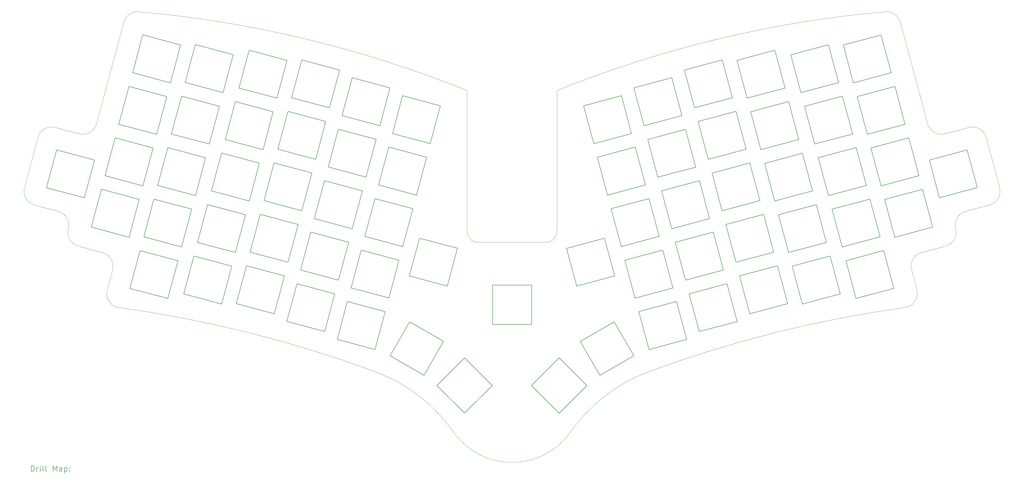
<source format=gbr>
%TF.GenerationSoftware,KiCad,Pcbnew,8.0.2*%
%TF.CreationDate,2024-06-03T22:05:41+01:00*%
%TF.ProjectId,Ashwing66_topplate,41736877-696e-4673-9636-5f746f70706c,1*%
%TF.SameCoordinates,Original*%
%TF.FileFunction,Drillmap*%
%TF.FilePolarity,Positive*%
%FSLAX45Y45*%
G04 Gerber Fmt 4.5, Leading zero omitted, Abs format (unit mm)*
G04 Created by KiCad (PCBNEW 8.0.2) date 2024-06-03 22:05:41*
%MOMM*%
%LPD*%
G01*
G04 APERTURE LIST*
%ADD10C,0.100000*%
%ADD11C,0.150000*%
%ADD12C,0.200000*%
G04 APERTURE END LIST*
D10*
X20036355Y-16954092D02*
G75*
G02*
X19636358Y-16554092I5J400002D01*
G01*
X6403065Y-12713124D02*
G75*
G02*
X5780894Y-13072332I-490685J131474D01*
G01*
X5755948Y-17090182D02*
G75*
G02*
X5396732Y-16468011I131492J490702D01*
G01*
X38297538Y-15617219D02*
X37449713Y-15844611D01*
X22850355Y-16553092D02*
G75*
G02*
X22450355Y-16953085I-399995J2D01*
G01*
X4189704Y-15618449D02*
G75*
G02*
X3830494Y-14996278I131496J490699D01*
G01*
X16404015Y-21595223D02*
G75*
G02*
X19191252Y-23786608I-2125345J-5571487D01*
G01*
X7184781Y-19282037D02*
G75*
G02*
X16404015Y-21595223I-5977093J-43350055D01*
G01*
X34580047Y-8707767D02*
G75*
G02*
X35112669Y-9085378I38593J-510003D01*
G01*
X19602355Y-11512092D02*
G75*
G02*
X19636348Y-11559092I-19475J-49878D01*
G01*
X36731293Y-17088952D02*
X35872585Y-17319043D01*
X37090503Y-16466782D02*
G75*
G02*
X37449711Y-15844605I490697J131482D01*
G01*
X19636355Y-16554092D02*
X19636355Y-11559092D01*
X7906663Y-8708767D02*
G75*
G02*
X19602355Y-11512092I-3611078J-40865039D01*
G01*
X35513374Y-17941212D02*
G75*
G02*
X35872583Y-17319035I490696J131482D01*
G01*
X5037528Y-15845841D02*
G75*
G02*
X5396733Y-16468011I-131468J-490679D01*
G01*
X35704021Y-18652714D02*
G75*
G02*
X35302461Y-19280815I-487621J-130667D01*
G01*
X6614656Y-17320273D02*
X5755948Y-17090182D01*
X38656747Y-14995048D02*
G75*
G02*
X38297538Y-15617221I-490657J-131502D01*
G01*
X26083226Y-21593993D02*
G75*
G02*
X35302460Y-19280806I15196294J-41036727D01*
G01*
X35513374Y-17941212D02*
X35704021Y-18652714D01*
X22850355Y-16553092D02*
X22850355Y-11558092D01*
X6783221Y-18653944D02*
X6973867Y-17942443D01*
X3830494Y-14996278D02*
X4310790Y-13204560D01*
X7184781Y-19282037D02*
G75*
G02*
X6783222Y-18653944I86099J497457D01*
G01*
X6403065Y-12713124D02*
X7374567Y-9086606D01*
X6614656Y-17320273D02*
G75*
G02*
X6973871Y-17942444I-131486J-490697D01*
G01*
X37090503Y-16466782D02*
G75*
G02*
X36731291Y-17088947I-490703J-131468D01*
G01*
X35112674Y-9085376D02*
X36084177Y-12711894D01*
X37554281Y-12844119D02*
X36706347Y-13071103D01*
X5037528Y-15845841D02*
X4189704Y-15618449D01*
X5780894Y-13072333D02*
X4932960Y-12845350D01*
X23295312Y-23785608D02*
G75*
G02*
X26083226Y-21593992I4914108J-3382112D01*
G01*
X7374567Y-9086606D02*
G75*
G02*
X7907194Y-8708996I494019J-132379D01*
G01*
X22450355Y-16953092D02*
X20036355Y-16954092D01*
X36706347Y-13071103D02*
G75*
G02*
X36084175Y-12711894I-131497J490663D01*
G01*
X37554281Y-12844119D02*
G75*
G02*
X38176454Y-13203329I131499J-490661D01*
G01*
X22850355Y-11558092D02*
G75*
G02*
X22884353Y-11511085I53475J-2878D01*
G01*
X4310790Y-13204560D02*
G75*
G02*
X4932960Y-12845350I490688J-131476D01*
G01*
X38176451Y-13203330D02*
X38656747Y-14995048D01*
X23295312Y-23785608D02*
G75*
G02*
X19191253Y-23786608I-2052398J1510784D01*
G01*
X22884355Y-11511092D02*
G75*
G02*
X34580047Y-8707768I15306765J-38061708D01*
G01*
D11*
X24904553Y-18157431D02*
X23552257Y-18519778D01*
X23189910Y-17167482D01*
X24542206Y-16805135D01*
X24904553Y-18157431D01*
X9805702Y-15769195D02*
X9443355Y-17121491D01*
X8091059Y-16759144D01*
X8453406Y-15406848D01*
X9805702Y-15769195D01*
X34391120Y-16759184D02*
X33038823Y-17121530D01*
X32676477Y-15769234D01*
X34028773Y-15406888D01*
X34391120Y-16759184D01*
X26005504Y-14902609D02*
X24653208Y-15264956D01*
X24290861Y-13912659D01*
X25643158Y-13550313D01*
X26005504Y-14902609D01*
X33405018Y-13079007D02*
X32052722Y-13441353D01*
X31690375Y-12089057D01*
X33042672Y-11726711D01*
X33405018Y-13079007D01*
X32965193Y-18797908D02*
X31612896Y-19160255D01*
X31250550Y-17807959D01*
X32602846Y-17445612D01*
X32965193Y-18797908D01*
X10298752Y-13929105D02*
X9936406Y-15281401D01*
X8584110Y-14919055D01*
X8946456Y-13566758D01*
X10298752Y-13929105D01*
X8912858Y-11740981D02*
X8550511Y-13093277D01*
X7198215Y-12730930D01*
X7560562Y-11378634D01*
X8912858Y-11740981D01*
X12219613Y-14125617D02*
X11857267Y-15477913D01*
X10504971Y-15115566D01*
X10867317Y-13763270D01*
X12219613Y-14125617D01*
X9406850Y-9899829D02*
X9044503Y-11252125D01*
X7692207Y-10889779D01*
X8054554Y-9537483D01*
X9406850Y-9899829D01*
X34790914Y-10890882D02*
X33438618Y-11253229D01*
X33076271Y-9900932D01*
X34428567Y-9538586D01*
X34790914Y-10890882D01*
X13111162Y-18153761D02*
X12748815Y-19506058D01*
X11396519Y-19143711D01*
X11758866Y-17791415D01*
X13111162Y-18153761D01*
X15898849Y-15112780D02*
X15536502Y-16465076D01*
X14184206Y-16102729D01*
X14546553Y-14750433D01*
X15898849Y-15112780D01*
X25512454Y-13062521D02*
X24160158Y-13424868D01*
X23797811Y-12072572D01*
X25150107Y-11710225D01*
X25512454Y-13062521D01*
X32911684Y-11240309D02*
X31559388Y-11602656D01*
X31197041Y-10250360D01*
X32549337Y-9888013D01*
X32911684Y-11240309D01*
X20544355Y-18485385D02*
X21944355Y-18485385D01*
X21944355Y-19885385D01*
X20544355Y-19885385D01*
X20544355Y-18485385D01*
X35283964Y-12730970D02*
X33931668Y-13093317D01*
X33569321Y-11741021D01*
X34921618Y-11378674D01*
X35283964Y-12730970D01*
X15406740Y-16951805D02*
X15044393Y-18304101D01*
X13692097Y-17941755D01*
X14054444Y-16589458D01*
X15406740Y-16951805D01*
X20539516Y-22069392D02*
X19549567Y-23059342D01*
X18559617Y-22069392D01*
X19549567Y-21079443D01*
X20539516Y-22069392D01*
X29285015Y-19784009D02*
X27932719Y-20146356D01*
X27570372Y-18794060D01*
X28922669Y-18431713D01*
X29285015Y-19784009D01*
X37863457Y-14998824D02*
X36511161Y-15361170D01*
X36148814Y-14008874D01*
X37501110Y-13646528D01*
X37863457Y-14998824D01*
X17700436Y-15751974D02*
X17338089Y-17104271D01*
X15985793Y-16741924D01*
X16348139Y-15389628D01*
X17700436Y-15751974D01*
X27805864Y-14263743D02*
X26453568Y-14626090D01*
X26091221Y-13273794D01*
X27443518Y-12911447D01*
X27805864Y-14263743D01*
X28792250Y-17942530D02*
X27439954Y-18304876D01*
X27077607Y-16952580D01*
X28429903Y-16590233D01*
X28792250Y-17942530D01*
X26498554Y-16742698D02*
X25146258Y-17105045D01*
X24783911Y-15752749D01*
X26136208Y-15390402D01*
X26498554Y-16742698D01*
X16392841Y-13271629D02*
X16030494Y-14623925D01*
X14678198Y-14261578D01*
X15040545Y-12909282D01*
X16392841Y-13271629D01*
X19294851Y-17165523D02*
X18932504Y-18517819D01*
X17580208Y-18155472D01*
X17942555Y-16803176D01*
X19294851Y-17165523D01*
X18193486Y-13911886D02*
X17831139Y-15264182D01*
X16478843Y-14901835D01*
X16841190Y-13549539D01*
X18193486Y-13911886D01*
X30592610Y-17303663D02*
X29240313Y-17666010D01*
X28877967Y-16313713D01*
X30230263Y-15951367D01*
X30592610Y-17303663D01*
X31085376Y-19145143D02*
X29733079Y-19507490D01*
X29370733Y-18155193D01*
X30723029Y-17792847D01*
X31085376Y-19145143D01*
X18799887Y-20493876D02*
X18099887Y-21706311D01*
X16887451Y-21006311D01*
X17587451Y-19793876D01*
X18799887Y-20493876D01*
X26991321Y-18584178D02*
X25639025Y-18946525D01*
X25276678Y-17594229D01*
X26628974Y-17231882D01*
X26991321Y-18584178D01*
X16714335Y-19432152D02*
X16351988Y-20784448D01*
X14999692Y-20422101D01*
X15362039Y-19069805D01*
X16714335Y-19432152D01*
X29606510Y-13623486D02*
X28254214Y-13985833D01*
X27891867Y-12633537D01*
X29244163Y-12271190D01*
X29606510Y-13623486D01*
X12711722Y-12286590D02*
X12349375Y-13638886D01*
X10997079Y-13276540D01*
X11359426Y-11924243D01*
X12711722Y-12286590D01*
X16885891Y-11431540D02*
X16523545Y-12783836D01*
X15171248Y-12421490D01*
X15533595Y-11069194D01*
X16885891Y-11431540D01*
X9312652Y-17609283D02*
X8950305Y-18961579D01*
X7598009Y-18599232D01*
X7960356Y-17246936D01*
X9312652Y-17609283D01*
X36270065Y-16411148D02*
X34917769Y-16773495D01*
X34555422Y-15421199D01*
X35907718Y-15058852D01*
X36270065Y-16411148D01*
X33897784Y-14920486D02*
X32545488Y-15282833D01*
X32183141Y-13930537D01*
X33535437Y-13568190D01*
X33897784Y-14920486D01*
X13604212Y-16313673D02*
X13241865Y-17665970D01*
X11889569Y-17303623D01*
X12251915Y-15951327D01*
X13604212Y-16313673D01*
X13204771Y-10446502D02*
X12842425Y-11798798D01*
X11490129Y-11436451D01*
X11852475Y-10084155D01*
X13204771Y-10446502D01*
X35777014Y-14571059D02*
X34424718Y-14933406D01*
X34062371Y-13581110D01*
X35414668Y-13218763D01*
X35777014Y-14571059D01*
X14912748Y-18792957D02*
X14550402Y-20145253D01*
X13198106Y-19782907D01*
X13560452Y-18430610D01*
X14912748Y-18792957D01*
X27313099Y-12422263D02*
X25960803Y-12784610D01*
X25598456Y-11432314D01*
X26950752Y-11069967D01*
X27313099Y-12422263D01*
X34884170Y-18599273D02*
X33531874Y-18961619D01*
X33169527Y-17609323D01*
X34521824Y-17246977D01*
X34884170Y-18599273D01*
X14591255Y-12632434D02*
X14228908Y-13984730D01*
X12876612Y-13622383D01*
X13238959Y-12270087D01*
X14591255Y-12632434D01*
X30993277Y-11436163D02*
X29640981Y-11798510D01*
X29278634Y-10446214D01*
X30630930Y-10083867D01*
X30993277Y-11436163D01*
X11232571Y-17806857D02*
X10870224Y-19159153D01*
X9517928Y-18796806D01*
X9880275Y-17444510D01*
X11232571Y-17806857D01*
X31979092Y-15117731D02*
X30626796Y-15480078D01*
X30264449Y-14127782D01*
X31616746Y-13765435D01*
X31979092Y-15117731D01*
X14097263Y-14473585D02*
X13734916Y-15825881D01*
X12382620Y-15463534D01*
X12744966Y-14111238D01*
X14097263Y-14473585D01*
X6332787Y-14009580D02*
X5970441Y-15361876D01*
X4618145Y-14999530D01*
X4980491Y-13647233D01*
X6332787Y-14009580D01*
X8419808Y-13581070D02*
X8057461Y-14933366D01*
X6705165Y-14571019D01*
X7067512Y-13218723D01*
X8419808Y-13581070D01*
X7927699Y-15420095D02*
X7565353Y-16772392D01*
X6213057Y-16410045D01*
X6575403Y-15057749D01*
X7927699Y-15420095D01*
X27484655Y-20422875D02*
X26132359Y-20785222D01*
X25770013Y-19432926D01*
X27122309Y-19070579D01*
X27484655Y-20422875D01*
X11725620Y-15966768D02*
X11363274Y-17319064D01*
X10010978Y-16956717D01*
X10373324Y-15604421D01*
X11725620Y-15966768D01*
X17207386Y-17592063D02*
X16845039Y-18944359D01*
X15492743Y-18582013D01*
X15855090Y-17229716D01*
X17207386Y-17592063D01*
X32472427Y-16956429D02*
X31120131Y-17318776D01*
X30757784Y-15966480D01*
X32110080Y-15604133D01*
X32472427Y-16956429D01*
X28298915Y-16103832D02*
X26946619Y-16466179D01*
X26584273Y-15113883D01*
X27936569Y-14751536D01*
X28298915Y-16103832D01*
X31486327Y-13276252D02*
X30134031Y-13638599D01*
X29771684Y-12286303D01*
X31123981Y-11923956D01*
X31486327Y-13276252D01*
X10791803Y-12089017D02*
X10429456Y-13441313D01*
X9077160Y-13078966D01*
X9439507Y-11726670D01*
X10791803Y-12089017D01*
X18686536Y-12071797D02*
X18324190Y-13424093D01*
X16971893Y-13061746D01*
X17334240Y-11709450D01*
X18686536Y-12071797D01*
X11285795Y-10247866D02*
X10923448Y-11600162D01*
X9571152Y-11237816D01*
X9933499Y-9885519D01*
X11285795Y-10247866D01*
X29113459Y-11783397D02*
X27761163Y-12145744D01*
X27398816Y-10793448D01*
X28751112Y-10431101D01*
X29113459Y-11783397D01*
X23917132Y-22071920D02*
X22927183Y-23061869D01*
X21937233Y-22071920D01*
X22927183Y-21081971D01*
X23917132Y-22071920D01*
X30099275Y-15464966D02*
X28746979Y-15827312D01*
X28384632Y-14475016D01*
X29736928Y-14112670D01*
X30099275Y-15464966D01*
X25595345Y-21007466D02*
X24382909Y-21707466D01*
X23682909Y-20495030D01*
X24895345Y-19795030D01*
X25595345Y-21007466D01*
X15084305Y-10792345D02*
X14721958Y-12144641D01*
X13369662Y-11782294D01*
X13732009Y-10429998D01*
X15084305Y-10792345D01*
D12*
X4068964Y-25139799D02*
X4068964Y-24939799D01*
X4068964Y-24939799D02*
X4116583Y-24939799D01*
X4116583Y-24939799D02*
X4145155Y-24949322D01*
X4145155Y-24949322D02*
X4164202Y-24968370D01*
X4164202Y-24968370D02*
X4173726Y-24987418D01*
X4173726Y-24987418D02*
X4183250Y-25025513D01*
X4183250Y-25025513D02*
X4183250Y-25054084D01*
X4183250Y-25054084D02*
X4173726Y-25092179D01*
X4173726Y-25092179D02*
X4164202Y-25111227D01*
X4164202Y-25111227D02*
X4145155Y-25130275D01*
X4145155Y-25130275D02*
X4116583Y-25139799D01*
X4116583Y-25139799D02*
X4068964Y-25139799D01*
X4268964Y-25139799D02*
X4268964Y-25006465D01*
X4268964Y-25044560D02*
X4278488Y-25025513D01*
X4278488Y-25025513D02*
X4288012Y-25015989D01*
X4288012Y-25015989D02*
X4307059Y-25006465D01*
X4307059Y-25006465D02*
X4326107Y-25006465D01*
X4392774Y-25139799D02*
X4392774Y-25006465D01*
X4392774Y-24939799D02*
X4383250Y-24949322D01*
X4383250Y-24949322D02*
X4392774Y-24958846D01*
X4392774Y-24958846D02*
X4402298Y-24949322D01*
X4402298Y-24949322D02*
X4392774Y-24939799D01*
X4392774Y-24939799D02*
X4392774Y-24958846D01*
X4516583Y-25139799D02*
X4497536Y-25130275D01*
X4497536Y-25130275D02*
X4488012Y-25111227D01*
X4488012Y-25111227D02*
X4488012Y-24939799D01*
X4621345Y-25139799D02*
X4602298Y-25130275D01*
X4602298Y-25130275D02*
X4592774Y-25111227D01*
X4592774Y-25111227D02*
X4592774Y-24939799D01*
X4849917Y-25139799D02*
X4849917Y-24939799D01*
X4849917Y-24939799D02*
X4916583Y-25082656D01*
X4916583Y-25082656D02*
X4983250Y-24939799D01*
X4983250Y-24939799D02*
X4983250Y-25139799D01*
X5164202Y-25139799D02*
X5164202Y-25035037D01*
X5164202Y-25035037D02*
X5154679Y-25015989D01*
X5154679Y-25015989D02*
X5135631Y-25006465D01*
X5135631Y-25006465D02*
X5097536Y-25006465D01*
X5097536Y-25006465D02*
X5078488Y-25015989D01*
X5164202Y-25130275D02*
X5145155Y-25139799D01*
X5145155Y-25139799D02*
X5097536Y-25139799D01*
X5097536Y-25139799D02*
X5078488Y-25130275D01*
X5078488Y-25130275D02*
X5068964Y-25111227D01*
X5068964Y-25111227D02*
X5068964Y-25092179D01*
X5068964Y-25092179D02*
X5078488Y-25073132D01*
X5078488Y-25073132D02*
X5097536Y-25063608D01*
X5097536Y-25063608D02*
X5145155Y-25063608D01*
X5145155Y-25063608D02*
X5164202Y-25054084D01*
X5259440Y-25006465D02*
X5259440Y-25206465D01*
X5259440Y-25015989D02*
X5278488Y-25006465D01*
X5278488Y-25006465D02*
X5316583Y-25006465D01*
X5316583Y-25006465D02*
X5335631Y-25015989D01*
X5335631Y-25015989D02*
X5345155Y-25025513D01*
X5345155Y-25025513D02*
X5354679Y-25044560D01*
X5354679Y-25044560D02*
X5354679Y-25101703D01*
X5354679Y-25101703D02*
X5345155Y-25120751D01*
X5345155Y-25120751D02*
X5335631Y-25130275D01*
X5335631Y-25130275D02*
X5316583Y-25139799D01*
X5316583Y-25139799D02*
X5278488Y-25139799D01*
X5278488Y-25139799D02*
X5259440Y-25130275D01*
X5440393Y-25120751D02*
X5449917Y-25130275D01*
X5449917Y-25130275D02*
X5440393Y-25139799D01*
X5440393Y-25139799D02*
X5430869Y-25130275D01*
X5430869Y-25130275D02*
X5440393Y-25120751D01*
X5440393Y-25120751D02*
X5440393Y-25139799D01*
X5440393Y-25015989D02*
X5449917Y-25025513D01*
X5449917Y-25025513D02*
X5440393Y-25035037D01*
X5440393Y-25035037D02*
X5430869Y-25025513D01*
X5430869Y-25025513D02*
X5440393Y-25015989D01*
X5440393Y-25015989D02*
X5440393Y-25035037D01*
M02*

</source>
